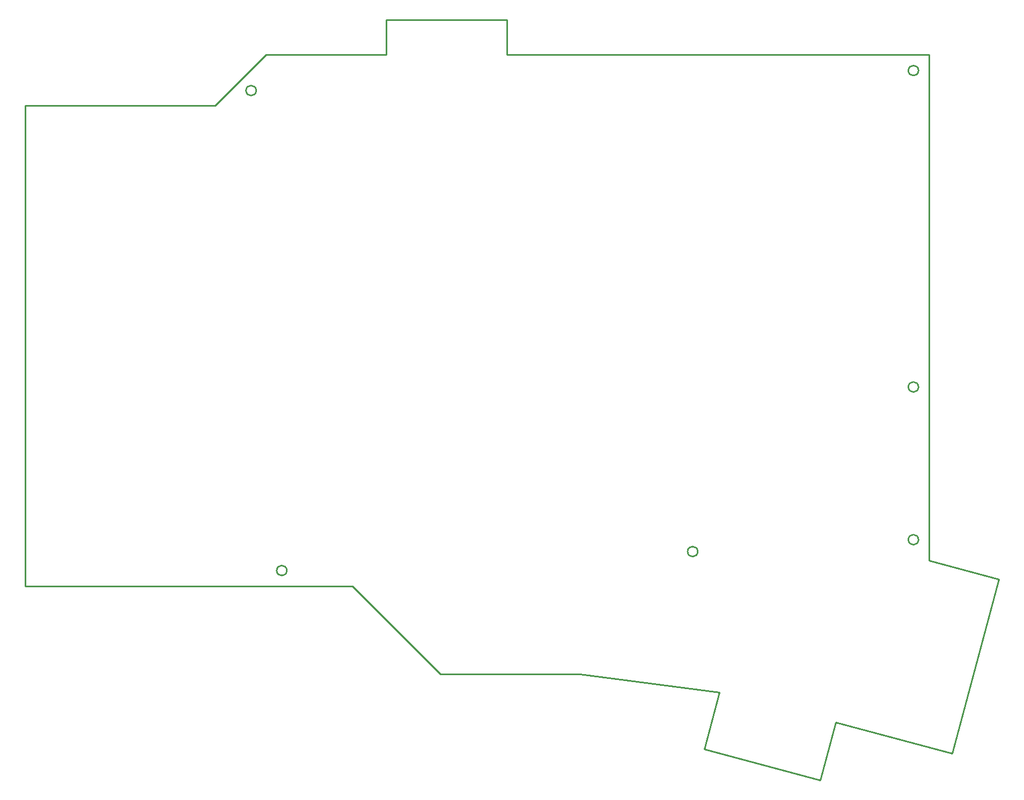
<source format=gbr>
%TF.GenerationSoftware,KiCad,Pcbnew,(6.0.2)*%
%TF.CreationDate,2022-03-02T20:59:58-08:00*%
%TF.ProjectId,CANDIEKEYBOARD,43414e44-4945-44b4-9559-424f4152442e,rev?*%
%TF.SameCoordinates,Original*%
%TF.FileFunction,Profile,NP*%
%FSLAX46Y46*%
G04 Gerber Fmt 4.6, Leading zero omitted, Abs format (unit mm)*
G04 Created by KiCad (PCBNEW (6.0.2)) date 2022-03-02 20:59:58*
%MOMM*%
%LPD*%
G01*
G04 APERTURE LIST*
%TA.AperFunction,Profile*%
%ADD10C,0.250000*%
%TD*%
G04 APERTURE END LIST*
D10*
X87524039Y-36247239D02*
X68524039Y-36247239D01*
X30524039Y-44247239D02*
X30524039Y-120247239D01*
X68524039Y-36247239D02*
X60524039Y-44247239D01*
X66980893Y-41904093D02*
G75*
G03*
X66980893Y-41904093I-800000J0D01*
G01*
X96024039Y-134084691D02*
X118044041Y-134084691D01*
X173224039Y-116133533D02*
X173224039Y-36245693D01*
X173224039Y-36245693D02*
X106524039Y-36245693D01*
X171524039Y-38745693D02*
G75*
G03*
X171524039Y-38745693I-800000J0D01*
G01*
X106524039Y-36245693D02*
X106524039Y-30747239D01*
X30524039Y-120247239D02*
X82186587Y-120247239D01*
X71824039Y-117747239D02*
G75*
G03*
X71824039Y-117747239I-800000J0D01*
G01*
X137688915Y-145952420D02*
X156041506Y-150869982D01*
X82186587Y-120247239D02*
X96024039Y-134084691D01*
X60524039Y-44247239D02*
X30524039Y-44247239D01*
X158500287Y-141693687D02*
X176852878Y-146611249D01*
X106524039Y-30747239D02*
X87524039Y-30747239D01*
X87524039Y-30747239D02*
X87524039Y-36247239D01*
X118044041Y-134084691D02*
X140091127Y-136987245D01*
X184229220Y-119082363D02*
X173224039Y-116133533D01*
X156041506Y-150869982D02*
X158500287Y-141693687D01*
X176852878Y-146611249D02*
X184229220Y-119082363D01*
X171524039Y-88745693D02*
G75*
G03*
X171524039Y-88745693I-800000J0D01*
G01*
X136679406Y-114747239D02*
G75*
G03*
X136679406Y-114747239I-800000J0D01*
G01*
X140091127Y-136987245D02*
X137688915Y-145952420D01*
X171524039Y-112875470D02*
G75*
G03*
X171524039Y-112875470I-800000J0D01*
G01*
M02*

</source>
